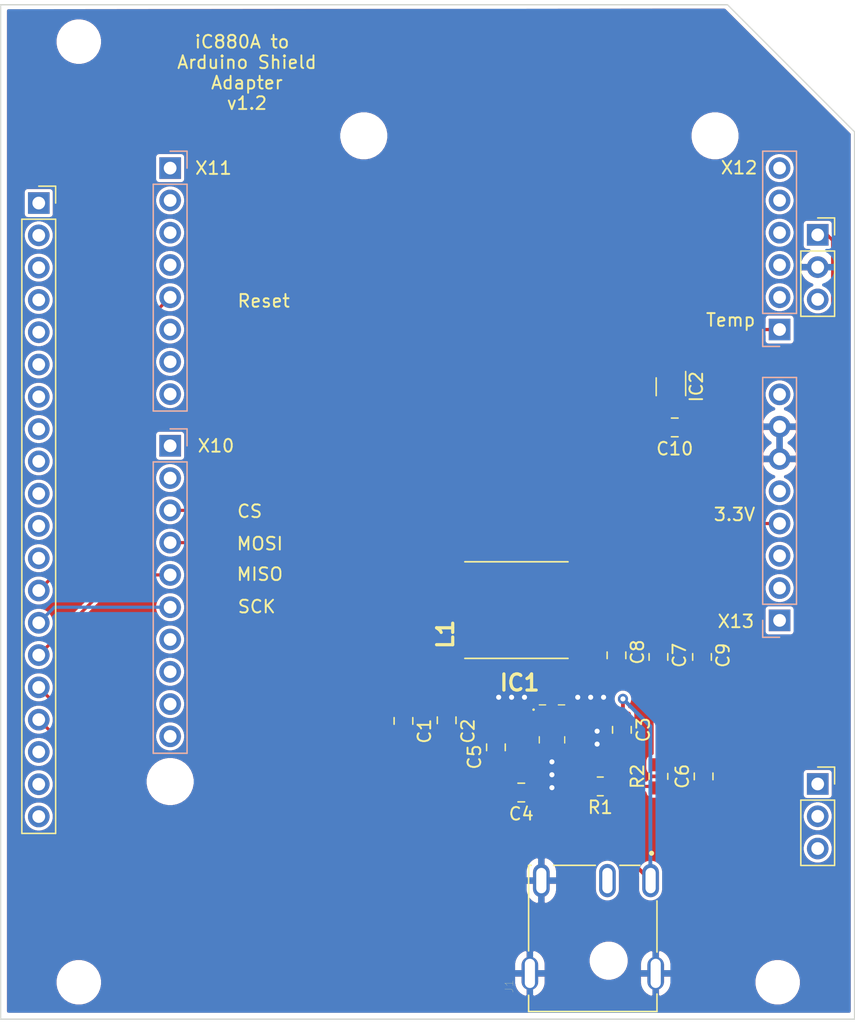
<source format=kicad_pcb>
(kicad_pcb (version 20171130) (host pcbnew "(5.1.7)-1")
  (layers (0 F.Cu signal) (31 B.Cu signal) (34 B.Paste user) (35 F.Paste user) (36 B.SilkS user) (37 F.SilkS user) (38 B.Mask user) (39 F.Mask user) (44 Edge.Cuts user))
  (net 0 "")
  (net 1 "Net-(J1-Pad3)")
  (net 2 "Net-(J2-Pad3)")
  (net 3 "Net-(J2-Pad1)")
  (net 4 "Net-(J3-Pad3)")
  (net 5 "Net-(J4-Pad1)")
  (net 6 "Net-(J4-Pad2)")
  (net 7 "Net-(J4-Pad3)")
  (net 8 "Net-(J4-Pad8)")
  (net 9 "Net-(J5-Pad2)")
  (net 10 "Net-(J6-Pad8)")
  (net 11 /RESET)
  (net 12 "Net-(J6-Pad3)")
  (net 13 "Net-(J6-Pad2)")
  (net 14 "Net-(J6-Pad1)")
  (net 15 "Net-(J7-Pad2)")
  (net 16 "Net-(J7-Pad3)")
  (net 17 "Net-(J7-Pad4)")
  (net 18 "Net-(J7-Pad5)")
  (net 19 "Net-(J7-Pad6)")
  (net 20 GND)
  (net 21 /Vcc)
  (net 22 /TEMP)
  (net 23 /24V)
  (net 24 "Net-(C5-Pad1)")
  (net 25 "Net-(C6-Pad1)")
  (net 26 /5V)
  (net 27 "Net-(IC1-Pad8)")
  (net 28 /CS)
  (net 29 /MOSI)
  (net 30 /MISO)
  (net 31 /CLK)
  (net 32 "Net-(J4-Pad5)")
  (net 33 "Net-(C4-Pad1)")
  (net 34 "Net-(C5-Pad2)")
  (net 35 "Net-(J2-Pad2)")
  (net 36 "Net-(J4-Pad4)")
  (net 37 "Net-(J4-Pad6)")
  (net 38 "Net-(J4-Pad7)")
  (net 39 "Net-(J4-Pad9)")
  (net 40 "Net-(J4-Pad10)")
  (net 41 "Net-(J4-Pad11)")
  (net 42 "Net-(J4-Pad12)")
  (net 43 "Net-(J4-Pad18)")
  (net 44 "Net-(J4-Pad19)")
  (net 45 "Net-(J4-Pad20)")
  (net 46 "Net-(J5-Pad1)")
  (net 47 "Net-(J5-Pad7)")
  (net 48 "Net-(J5-Pad8)")
  (net 49 "Net-(J5-Pad9)")
  (net 50 "Net-(J5-Pad10)")
  (net 51 "Net-(J6-Pad5)")
  (net 52 "Net-(J8-Pad8)")
  (net 53 "Net-(J8-Pad7)")
  (net 54 "Net-(J8-Pad6)")
  (net 55 "Net-(J8-Pad4)")
  (net 56 "Net-(J8-Pad3)")
  (net 57 "Net-(J8-Pad2)")
  (net 58 "Net-(J8-Pad1)")
  (net 59 "Net-(IC2-Pad1)")
  (net 60 "Net-(IC2-Pad5)")
  (module Connector_PinHeader_2.54mm:PinHeader_1x10_P2.54mm_Vertical (layer B.Cu) (at 121.34 78.894 180)
    (fp_text reference J5 hide)
    (fp_text value Conn_01x10_Male)
    (fp_line (start -1.33 -24.19) (end 1.33 -24.19) (layer B.SilkS) (width 0.12))
    (fp_line (start -1.33 -1.27) (end -1.33 -24.19) (layer B.SilkS) (width 0.12))
    (fp_line (start 1.33 -1.27) (end 1.33 -24.19) (layer B.SilkS) (width 0.12))
    (fp_line (start -1.33 -1.27) (end 1.33 -1.27) (layer B.SilkS) (width 0.12))
    (fp_line (start -1.33 0) (end -1.33 1.33) (layer B.SilkS) (width 0.12))
    (fp_line (start -1.33 1.33) (end 0 1.33) (layer B.SilkS) (width 0.12))
    (pad 1 thru_hole rect (at 0 0 180) (size 1.7 1.7) (drill 1) (layers *.Cu *.Mask) (net 46 "Net-(J5-Pad1)"))
    (pad 2 thru_hole oval (at 0 -2.54 180) (size 1.7 1.7) (drill 1) (layers *.Cu *.Mask) (net 9 "Net-(J5-Pad2)"))
    (pad 3 thru_hole oval (at 0 -5.08 180) (size 1.7 1.7) (drill 1) (layers *.Cu *.Mask) (net 28 /CS))
    (pad 4 thru_hole oval (at 0 -7.62 180) (size 1.7 1.7) (drill 1) (layers *.Cu *.Mask) (net 29 /MOSI))
    (pad 5 thru_hole oval (at 0 -10.16 180) (size 1.7 1.7) (drill 1) (layers *.Cu *.Mask) (net 30 /MISO))
    (pad 6 thru_hole oval (at 0 -12.7 180) (size 1.7 1.7) (drill 1) (layers *.Cu *.Mask) (net 31 /CLK))
    (pad 7 thru_hole oval (at 0 -15.24 180) (size 1.7 1.7) (drill 1) (layers *.Cu *.Mask) (net 47 "Net-(J5-Pad7)"))
    (pad 8 thru_hole oval (at 0 -17.78 180) (size 1.7 1.7) (drill 1) (layers *.Cu *.Mask) (net 48 "Net-(J5-Pad8)"))
    (pad 9 thru_hole oval (at 0 -20.32 180) (size 1.7 1.7) (drill 1) (layers *.Cu *.Mask) (net 49 "Net-(J5-Pad9)"))
    (pad 10 thru_hole oval (at 0 -22.86 180) (size 1.7 1.7) (drill 1) (layers *.Cu *.Mask) (net 50 "Net-(J5-Pad10)"))
  )
  (module Connector_PinHeader_2.54mm:PinHeader_1x08_P2.54mm_Vertical (layer B.Cu) (at 169.3 92.63)
    (fp_text reference J6 hide)
    (fp_text value Conn_01x08_Male)
    (fp_line (start -1.33 -19.11) (end 1.33 -19.11) (layer B.SilkS) (width 0.12))
    (fp_line (start -1.33 -1.27) (end -1.33 -19.11) (layer B.SilkS) (width 0.12))
    (fp_line (start 1.33 -1.27) (end 1.33 -19.11) (layer B.SilkS) (width 0.12))
    (fp_line (start -1.33 -1.27) (end 1.33 -1.27) (layer B.SilkS) (width 0.12))
    (fp_line (start -1.33 0) (end -1.33 1.33) (layer B.SilkS) (width 0.12))
    (fp_line (start -1.33 1.33) (end 0 1.33) (layer B.SilkS) (width 0.12))
    (pad 1 thru_hole rect (at 0 0) (size 1.7 1.7) (drill 1) (layers *.Cu *.Mask) (net 14 "Net-(J6-Pad1)"))
    (pad 2 thru_hole oval (at 0 -2.54) (size 1.7 1.7) (drill 1) (layers *.Cu *.Mask) (net 13 "Net-(J6-Pad2)"))
    (pad 3 thru_hole oval (at 0 -5.08) (size 1.7 1.7) (drill 1) (layers *.Cu *.Mask) (net 12 "Net-(J6-Pad3)"))
    (pad 4 thru_hole oval (at 0 -7.62) (size 1.7 1.7) (drill 1) (layers *.Cu *.Mask) (net 21 /Vcc))
    (pad 5 thru_hole oval (at 0 -10.16) (size 1.7 1.7) (drill 1) (layers *.Cu *.Mask) (net 51 "Net-(J6-Pad5)"))
    (pad 6 thru_hole oval (at 0 -12.7) (size 1.7 1.7) (drill 1) (layers *.Cu *.Mask) (net 20 GND))
    (pad 7 thru_hole oval (at 0 -15.24) (size 1.7 1.7) (drill 1) (layers *.Cu *.Mask) (net 20 GND))
    (pad 8 thru_hole oval (at 0 -17.78) (size 1.7 1.7) (drill 1) (layers *.Cu *.Mask) (net 10 "Net-(J6-Pad8)"))
  )
  (module Connector_PinHeader_2.54mm:PinHeader_1x06_P2.54mm_Vertical (layer B.Cu) (at 169.3 69.75)
    (fp_text reference J7 hide)
    (fp_text value Conn_01x06_Male)
    (fp_line (start -1.33 -14.03) (end 1.33 -14.03) (layer B.SilkS) (width 0.12))
    (fp_line (start -1.33 -1.27) (end -1.33 -14.03) (layer B.SilkS) (width 0.12))
    (fp_line (start 1.33 -1.27) (end 1.33 -14.03) (layer B.SilkS) (width 0.12))
    (fp_line (start -1.33 -1.27) (end 1.33 -1.27) (layer B.SilkS) (width 0.12))
    (fp_line (start -1.33 0) (end -1.33 1.33) (layer B.SilkS) (width 0.12))
    (fp_line (start -1.33 1.33) (end 0 1.33) (layer B.SilkS) (width 0.12))
    (pad 1 thru_hole rect (at 0 0) (size 1.7 1.7) (drill 1) (layers *.Cu *.Mask) (net 22 /TEMP))
    (pad 2 thru_hole oval (at 0 -2.54) (size 1.7 1.7) (drill 1) (layers *.Cu *.Mask) (net 15 "Net-(J7-Pad2)"))
    (pad 3 thru_hole oval (at 0 -5.08) (size 1.7 1.7) (drill 1) (layers *.Cu *.Mask) (net 16 "Net-(J7-Pad3)"))
    (pad 4 thru_hole oval (at 0 -7.62) (size 1.7 1.7) (drill 1) (layers *.Cu *.Mask) (net 17 "Net-(J7-Pad4)"))
    (pad 5 thru_hole oval (at 0 -10.16) (size 1.7 1.7) (drill 1) (layers *.Cu *.Mask) (net 18 "Net-(J7-Pad5)"))
    (pad 6 thru_hole oval (at 0 -12.7) (size 1.7 1.7) (drill 1) (layers *.Cu *.Mask) (net 19 "Net-(J7-Pad6)"))
  )
  (module Connector_PinHeader_2.54mm:PinHeader_1x08_P2.54mm_Vertical (layer B.Cu) (at 121.34 57.05 180)
    (fp_text reference J8 hide)
    (fp_text value Conn_01x08_Male)
    (fp_line (start -1.33 1.33) (end 0 1.33) (layer B.SilkS) (width 0.12))
    (fp_line (start -1.33 0) (end -1.33 1.33) (layer B.SilkS) (width 0.12))
    (fp_line (start -1.33 -1.27) (end 1.33 -1.27) (layer B.SilkS) (width 0.12))
    (fp_line (start 1.33 -1.27) (end 1.33 -19.11) (layer B.SilkS) (width 0.12))
    (fp_line (start -1.33 -1.27) (end -1.33 -19.11) (layer B.SilkS) (width 0.12))
    (fp_line (start -1.33 -19.11) (end 1.33 -19.11) (layer B.SilkS) (width 0.12))
    (pad 8 thru_hole oval (at 0 -17.78 180) (size 1.7 1.7) (drill 1) (layers *.Cu *.Mask) (net 52 "Net-(J8-Pad8)"))
    (pad 7 thru_hole oval (at 0 -15.24 180) (size 1.7 1.7) (drill 1) (layers *.Cu *.Mask) (net 53 "Net-(J8-Pad7)"))
    (pad 6 thru_hole oval (at 0 -12.7 180) (size 1.7 1.7) (drill 1) (layers *.Cu *.Mask) (net 54 "Net-(J8-Pad6)"))
    (pad 5 thru_hole oval (at 0 -10.16 180) (size 1.7 1.7) (drill 1) (layers *.Cu *.Mask) (net 11 /RESET))
    (pad 4 thru_hole oval (at 0 -7.62 180) (size 1.7 1.7) (drill 1) (layers *.Cu *.Mask) (net 55 "Net-(J8-Pad4)"))
    (pad 3 thru_hole oval (at 0 -5.08 180) (size 1.7 1.7) (drill 1) (layers *.Cu *.Mask) (net 56 "Net-(J8-Pad3)"))
    (pad 2 thru_hole oval (at 0 -2.54 180) (size 1.7 1.7) (drill 1) (layers *.Cu *.Mask) (net 57 "Net-(J8-Pad2)"))
    (pad 1 thru_hole rect (at 0 0 180) (size 1.7 1.7) (drill 1) (layers *.Cu *.Mask) (net 58 "Net-(J8-Pad1)"))
  )
  (module Connector_PinSocket_2.54mm:PinSocket_1x03_P2.54mm_Vertical (layer F.Cu) (at 172.3 105.5)
    (fp_text reference J2 hide)
    (fp_text value Conn_01x03_Female)
    (fp_line (start -1.33 1.27) (end 1.33 1.27) (layer F.SilkS) (width 0.12))
    (fp_line (start -1.33 1.27) (end -1.33 6.41) (layer F.SilkS) (width 0.12))
    (fp_line (start -1.33 6.41) (end 1.33 6.41) (layer F.SilkS) (width 0.12))
    (fp_line (start 1.33 1.27) (end 1.33 6.41) (layer F.SilkS) (width 0.12))
    (fp_line (start 1.33 -1.33) (end 1.33 0) (layer F.SilkS) (width 0.12))
    (fp_line (start 0 -1.33) (end 1.33 -1.33) (layer F.SilkS) (width 0.12))
    (pad 1 thru_hole rect (at 0 0) (size 1.7 1.7) (drill 1) (layers *.Cu *.Mask) (net 3 "Net-(J2-Pad1)"))
    (pad 2 thru_hole oval (at 0 2.54) (size 1.7 1.7) (drill 1) (layers *.Cu *.Mask) (net 35 "Net-(J2-Pad2)"))
    (pad 3 thru_hole oval (at 0 5.08) (size 1.7 1.7) (drill 1) (layers *.Cu *.Mask) (net 2 "Net-(J2-Pad3)"))
  )
  (module Connector_PinSocket_2.54mm:PinSocket_1x03_P2.54mm_Vertical (layer F.Cu) (at 172.3 62.3)
    (fp_text reference J3 hide)
    (fp_text value Conn_01x03_Female)
    (fp_line (start 0 -1.33) (end 1.33 -1.33) (layer F.SilkS) (width 0.12))
    (fp_line (start 1.33 -1.33) (end 1.33 0) (layer F.SilkS) (width 0.12))
    (fp_line (start 1.33 1.27) (end 1.33 6.41) (layer F.SilkS) (width 0.12))
    (fp_line (start -1.33 6.41) (end 1.33 6.41) (layer F.SilkS) (width 0.12))
    (fp_line (start -1.33 1.27) (end -1.33 6.41) (layer F.SilkS) (width 0.12))
    (fp_line (start -1.33 1.27) (end 1.33 1.27) (layer F.SilkS) (width 0.12))
    (pad 3 thru_hole oval (at 0 5.08) (size 1.7 1.7) (drill 1) (layers *.Cu *.Mask) (net 4 "Net-(J3-Pad3)"))
    (pad 2 thru_hole oval (at 0 2.54) (size 1.7 1.7) (drill 1) (layers *.Cu *.Mask) (net 20 GND))
    (pad 1 thru_hole rect (at 0 0) (size 1.7 1.7) (drill 1) (layers *.Cu *.Mask) (net 26 /5V))
  )
  (module Connector_PinSocket_2.54mm:PinSocket_1x20_P2.54mm_Vertical (layer F.Cu) (at 111 59.8)
    (fp_text reference J4 hide)
    (fp_text value Conn_01x20_Female)
    (fp_line (start -1.33 1.27) (end 1.33 1.27) (layer F.SilkS) (width 0.12))
    (fp_line (start -1.33 1.27) (end -1.33 49.59) (layer F.SilkS) (width 0.12))
    (fp_line (start -1.33 49.59) (end 1.33 49.59) (layer F.SilkS) (width 0.12))
    (fp_line (start 1.33 1.27) (end 1.33 49.59) (layer F.SilkS) (width 0.12))
    (fp_line (start 1.33 -1.33) (end 1.33 0) (layer F.SilkS) (width 0.12))
    (fp_line (start 0 -1.33) (end 1.33 -1.33) (layer F.SilkS) (width 0.12))
    (pad 1 thru_hole rect (at 0 0) (size 1.7 1.7) (drill 1) (layers *.Cu *.Mask) (net 5 "Net-(J4-Pad1)"))
    (pad 2 thru_hole oval (at 0 2.54) (size 1.7 1.7) (drill 1) (layers *.Cu *.Mask) (net 6 "Net-(J4-Pad2)"))
    (pad 3 thru_hole oval (at 0 5.08) (size 1.7 1.7) (drill 1) (layers *.Cu *.Mask) (net 7 "Net-(J4-Pad3)"))
    (pad 4 thru_hole oval (at 0 7.62) (size 1.7 1.7) (drill 1) (layers *.Cu *.Mask) (net 36 "Net-(J4-Pad4)"))
    (pad 5 thru_hole oval (at 0 10.16) (size 1.7 1.7) (drill 1) (layers *.Cu *.Mask) (net 32 "Net-(J4-Pad5)"))
    (pad 6 thru_hole oval (at 0 12.7) (size 1.7 1.7) (drill 1) (layers *.Cu *.Mask) (net 37 "Net-(J4-Pad6)"))
    (pad 7 thru_hole oval (at 0 15.24) (size 1.7 1.7) (drill 1) (layers *.Cu *.Mask) (net 38 "Net-(J4-Pad7)"))
    (pad 8 thru_hole oval (at 0 17.78) (size 1.7 1.7) (drill 1) (layers *.Cu *.Mask) (net 8 "Net-(J4-Pad8)"))
    (pad 9 thru_hole oval (at 0 20.32) (size 1.7 1.7) (drill 1) (layers *.Cu *.Mask) (net 39 "Net-(J4-Pad9)"))
    (pad 10 thru_hole oval (at 0 22.86) (size 1.7 1.7) (drill 1) (layers *.Cu *.Mask) (net 40 "Net-(J4-Pad10)"))
    (pad 11 thru_hole oval (at 0 25.4) (size 1.7 1.7) (drill 1) (layers *.Cu *.Mask) (net 41 "Net-(J4-Pad11)"))
    (pad 12 thru_hole oval (at 0 27.94) (size 1.7 1.7) (drill 1) (layers *.Cu *.Mask) (net 42 "Net-(J4-Pad12)"))
    (pad 13 thru_hole oval (at 0 30.48) (size 1.7 1.7) (drill 1) (layers *.Cu *.Mask) (net 11 /RESET))
    (pad 14 thru_hole oval (at 0 33.02) (size 1.7 1.7) (drill 1) (layers *.Cu *.Mask) (net 31 /CLK))
    (pad 15 thru_hole oval (at 0 35.56) (size 1.7 1.7) (drill 1) (layers *.Cu *.Mask) (net 30 /MISO))
    (pad 16 thru_hole oval (at 0 38.1) (size 1.7 1.7) (drill 1) (layers *.Cu *.Mask) (net 29 /MOSI))
    (pad 17 thru_hole oval (at 0 40.64) (size 1.7 1.7) (drill 1) (layers *.Cu *.Mask) (net 28 /CS))
    (pad 18 thru_hole oval (at 0 43.18) (size 1.7 1.7) (drill 1) (layers *.Cu *.Mask) (net 43 "Net-(J4-Pad18)"))
    (pad 19 thru_hole oval (at 0 45.72) (size 1.7 1.7) (drill 1) (layers *.Cu *.Mask) (net 44 "Net-(J4-Pad19)"))
    (pad 20 thru_hole oval (at 0 48.26) (size 1.7 1.7) (drill 1) (layers *.Cu *.Mask) (net 45 "Net-(J4-Pad20)"))
  )
  (module Package_TO_SOT_SMD:SOT-353_SC-70-5 (layer F.Cu) (at 160.75 74.25 270)
    (fp_text reference IC2 (at 0 -2 90) (layer F.SilkS))
    (fp_text value MCP9700AT-ELT)
    (fp_line (start -0.7 1.16) (end 0.7 1.16) (layer F.SilkS) (width 0.12))
    (fp_line (start 0.7 -1.16) (end -1.2 -1.16) (layer F.SilkS) (width 0.12))
    (pad 1 smd rect (at -0.95 -0.65 270) (size 0.65 0.4) (layers F.Cu F.Paste F.Mask) (net 59 "Net-(IC2-Pad1)"))
    (pad 3 smd rect (at -0.95 0.65 270) (size 0.65 0.4) (layers F.Cu F.Paste F.Mask) (net 22 /TEMP))
    (pad 2 smd rect (at -0.95 0 270) (size 0.65 0.4) (layers F.Cu F.Paste F.Mask) (net 20 GND))
    (pad 4 smd rect (at 0.95 0.65 270) (size 0.65 0.4) (layers F.Cu F.Paste F.Mask) (net 21 /Vcc))
    (pad 5 smd rect (at 0.95 -0.65 270) (size 0.65 0.4) (layers F.Cu F.Paste F.Mask) (net 60 "Net-(IC2-Pad5)"))
  )
  (module Capacitor_SMD:C_0805_2012Metric (layer F.Cu) (at 161.05 77.45 180)
    (fp_text reference C10 (at 0 -1.68) (layer F.SilkS))
    (fp_text value 100nF)
    (fp_line (start -0.261252 0.735) (end 0.261252 0.735) (layer F.SilkS) (width 0.12))
    (fp_line (start -0.261252 -0.735) (end 0.261252 -0.735) (layer F.SilkS) (width 0.12))
    (pad 1 smd roundrect (at -0.95 0 180) (size 1 1.45) (layers F.Cu F.Paste F.Mask) (net 20 GND))
    (pad 2 smd roundrect (at 0.95 0 180) (size 1 1.45) (layers F.Cu F.Paste F.Mask) (net 21 /Vcc))
  )
  (module MountingHole:MountingHole_3.2mm_M3 (layer F.Cu) (at 121.34 105.31)
    (fp_text reference H4 hide)
    (fp_text value MountingHole)
    (pad 1 np_thru_hole circle (at 0 0) (size 3.2 3.2) (drill 3.2) (layers *.Cu *.Mask))
  )
  (module MountingHole:MountingHole_3.2mm_M3 (layer F.Cu) (at 136.58 54.51)
    (fp_text reference H5 hide)
    (fp_text value MountingHole)
    (pad 1 np_thru_hole circle (at 0 0) (size 3.2 3.2) (drill 3.2) (layers *.Cu *.Mask))
  )
  (module MountingHole:MountingHole_3.2mm_M3 (layer F.Cu) (at 164.22 54.51)
    (fp_text reference H6 hide)
    (fp_text value MountingHole)
    (pad 1 np_thru_hole circle (at 0 0) (size 3.2 3.2) (drill 3.2) (layers *.Cu *.Mask))
  )
  (module MountingHole:MountingHole_3mm (layer F.Cu) (at 114.15 47.1)
    (fp_text reference H1 hide)
    (fp_text value MountingHole)
    (pad 1 np_thru_hole circle (at 0 0) (size 3 3) (drill 3) (layers *.Cu *.Mask))
  )
  (module MountingHole:MountingHole_3mm (layer F.Cu) (at 114.15 121.1)
    (fp_text reference H2 hide)
    (fp_text value MountingHole)
    (pad 1 np_thru_hole circle (at 0 0) (size 3 3) (drill 3) (layers *.Cu *.Mask))
  )
  (module MountingHole:MountingHole_3mm (layer F.Cu) (at 169.15 121.1)
    (fp_text reference H3 hide)
    (fp_text value MountingHole)
    (pad 1 np_thru_hole circle (at 0 0) (size 3 3) (drill 3) (layers *.Cu *.Mask))
  )
  (module Capacitor_SMD:C_0805_2012Metric (layer F.Cu) (at 139.7 100.54 270)
    (fp_text reference C1 (at 0.806 -1.651 270) (layer F.SilkS))
    (fp_text value 4.7uF)
    (fp_line (start -0.261252 0.735) (end 0.261252 0.735) (layer F.SilkS) (width 0.12))
    (fp_line (start -0.261252 -0.735) (end 0.261252 -0.735) (layer F.SilkS) (width 0.12))
    (pad 1 smd roundrect (at -0.95 0 270) (size 1 1.45) (layers F.Cu F.Paste F.Mask) (net 23 /24V))
    (pad 2 smd roundrect (at 0.95 0 270) (size 1 1.45) (layers F.Cu F.Paste F.Mask) (net 20 GND))
  )
  (module Capacitor_SMD:C_0805_2012Metric (layer F.Cu) (at 143.1 100.49 270)
    (fp_text reference C2 (at 0.856 -1.68 90) (layer F.SilkS))
    (fp_text value 220nF)
    (fp_line (start -0.261252 -0.735) (end 0.261252 -0.735) (layer F.SilkS) (width 0.12))
    (fp_line (start -0.261252 0.735) (end 0.261252 0.735) (layer F.SilkS) (width 0.12))
    (pad 2 smd roundrect (at 0.95 0 270) (size 1 1.45) (layers F.Cu F.Paste F.Mask) (net 20 GND))
    (pad 1 smd roundrect (at -0.95 0 270) (size 1 1.45) (layers F.Cu F.Paste F.Mask) (net 23 /24V))
  )
  (module Capacitor_SMD:C_0805_2012Metric (layer F.Cu) (at 156.89 101.24 270)
    (fp_text reference C3 (at 0 -1.68 90) (layer F.SilkS))
    (fp_text value 220nF)
    (fp_line (start -0.261252 0.735) (end 0.261252 0.735) (layer F.SilkS) (width 0.12))
    (fp_line (start -0.261252 -0.735) (end 0.261252 -0.735) (layer F.SilkS) (width 0.12))
    (pad 1 smd roundrect (at -0.95 0 270) (size 1 1.45) (layers F.Cu F.Paste F.Mask) (net 23 /24V))
    (pad 2 smd roundrect (at 0.95 0 270) (size 1 1.45) (layers F.Cu F.Paste F.Mask) (net 20 GND))
  )
  (module Capacitor_SMD:C_0805_2012Metric (layer F.Cu) (at 148.971 106.172 180)
    (fp_text reference C4 (at 0 -1.68) (layer F.SilkS))
    (fp_text value 1uF)
    (fp_line (start -0.261252 -0.735) (end 0.261252 -0.735) (layer F.SilkS) (width 0.12))
    (fp_line (start -0.261252 0.735) (end 0.261252 0.735) (layer F.SilkS) (width 0.12))
    (pad 2 smd roundrect (at 0.95 0 180) (size 1 1.45) (layers F.Cu F.Paste F.Mask) (net 20 GND))
    (pad 1 smd roundrect (at -0.95 0 180) (size 1 1.45) (layers F.Cu F.Paste F.Mask) (net 33 "Net-(C4-Pad1)"))
  )
  (module Capacitor_SMD:C_0805_2012Metric (layer F.Cu) (at 146.978 102.616 270)
    (fp_text reference C5 (at 0.762 1.69 90) (layer F.SilkS))
    (fp_text value 100nF)
    (fp_line (start -0.261252 0.735) (end 0.261252 0.735) (layer F.SilkS) (width 0.12))
    (fp_line (start -0.261252 -0.735) (end 0.261252 -0.735) (layer F.SilkS) (width 0.12))
    (pad 1 smd roundrect (at -0.95 0 270) (size 1 1.45) (layers F.Cu F.Paste F.Mask) (net 24 "Net-(C5-Pad1)"))
    (pad 2 smd roundrect (at 0.95 0 270) (size 1 1.45) (layers F.Cu F.Paste F.Mask) (net 34 "Net-(C5-Pad2)"))
  )
  (module Capacitor_SMD:C_0805_2012Metric (layer F.Cu) (at 159.766 95.504 90)
    (fp_text reference C7 (at 0.127 1.651 90) (layer F.SilkS))
    (fp_text value 22uF)
    (fp_line (start -0.261252 -0.735) (end 0.261252 -0.735) (layer F.SilkS) (width 0.12))
    (fp_line (start -0.261252 0.735) (end 0.261252 0.735) (layer F.SilkS) (width 0.12))
    (pad 2 smd roundrect (at 0.95 0 90) (size 1 1.45) (layers F.Cu F.Paste F.Mask) (net 20 GND))
    (pad 1 smd roundrect (at -0.95 0 90) (size 1 1.45) (layers F.Cu F.Paste F.Mask) (net 26 /5V))
  )
  (module Capacitor_SMD:C_0805_2012Metric (layer F.Cu) (at 156.464 95.377 90)
    (fp_text reference C8 (at 0.254 1.651 90) (layer F.SilkS))
    (fp_text value 22uF)
    (fp_line (start -0.261252 0.735) (end 0.261252 0.735) (layer F.SilkS) (width 0.12))
    (fp_line (start -0.261252 -0.735) (end 0.261252 -0.735) (layer F.SilkS) (width 0.12))
    (pad 1 smd roundrect (at -0.95 0 90) (size 1 1.45) (layers F.Cu F.Paste F.Mask) (net 26 /5V))
    (pad 2 smd roundrect (at 0.95 0 90) (size 1 1.45) (layers F.Cu F.Paste F.Mask) (net 20 GND))
  )
  (module LMR36015:LMR36015FSCQRNXTQ1 (layer F.Cu) (at 151.39 100.778)
    (fp_text reference IC1 (at -2.546 -3.242) (layer F.SilkS) (effects (font (size 1.27 1.27) (thickness 0.254))))
    (fp_text value LMR36015ARNXT hide)
    (fp_line (start -1.5 -1.125) (end -1.5 -1.125) (layer F.SilkS) (width 0.1))
    (fp_line (start -1.4 -1.125) (end -1.4 -1.125) (layer F.SilkS) (width 0.1))
    (fp_line (start 1 -1.5) (end 0.5 -1.5) (layer F.SilkS) (width 0.1))
    (fp_line (start -1 -1.5) (end -0.5 -1.5) (layer F.SilkS) (width 0.1))
    (fp_line (start 1 1) (end 1 1.5) (layer F.SilkS) (width 0.1))
    (fp_line (start -1 1) (end -1 1.5) (layer F.SilkS) (width 0.1))
    (fp_arc (start -1.45 -1.125) (end -1.5 -1.125) (angle -180) (layer F.SilkS) (width 0.1))
    (fp_arc (start -1.45 -1.125) (end -1.4 -1.125) (angle -180) (layer F.SilkS) (width 0.1))
    (pad 12 smd rect (at 0 -0.788) (size 0.25 1.825) (layers F.Cu F.Paste F.Mask) (net 24 "Net-(C5-Pad1)"))
    (pad 11 smd rect (at 0.9 -1.125 90) (size 0.25 0.6) (layers F.Cu F.Paste F.Mask) (net 20 GND))
    (pad 10 smd rect (at 0.9 -0.475 90) (size 0.25 0.6) (layers F.Cu F.Paste F.Mask) (net 23 /24V))
    (pad 9 smd rect (at 0.9 0.175 90) (size 0.25 0.6) (layers F.Cu F.Paste F.Mask) (net 23 /24V))
    (pad 8 smd rect (at 0.9 0.675 90) (size 0.25 0.6) (layers F.Cu F.Paste F.Mask) (net 27 "Net-(IC1-Pad8)"))
    (pad 7 smd rect (at 0.5 1.4) (size 0.25 0.6) (layers F.Cu F.Paste F.Mask) (net 25 "Net-(C6-Pad1)"))
    (pad 6 smd rect (at 0 1.4) (size 0.25 0.6) (layers F.Cu F.Paste F.Mask) (net 20 GND))
    (pad 5 smd rect (at -0.5 1.4) (size 0.25 0.6) (layers F.Cu F.Paste F.Mask) (net 33 "Net-(C4-Pad1)"))
    (pad 4 smd rect (at -0.9 0.675 90) (size 0.25 0.6) (layers F.Cu F.Paste F.Mask) (net 34 "Net-(C5-Pad2)"))
    (pad 3 smd rect (at -0.9 0.175 90) (size 0.25 0.6) (layers F.Cu F.Paste F.Mask) (net 24 "Net-(C5-Pad1)"))
    (pad 2 smd rect (at -0.9 -0.475 90) (size 0.25 0.6) (layers F.Cu F.Paste F.Mask) (net 23 /24V))
    (pad 1 smd rect (at -0.9 -1.125 90) (size 0.25 0.6) (layers F.Cu F.Paste F.Mask) (net 20 GND))
  )
  (module Resistor_SMD:R_0805_2012Metric (layer F.Cu) (at 159.766 104.902 90)
    (fp_text reference R2 (at 0 -1.65 90) (layer F.SilkS))
    (fp_text value 100k)
    (fp_line (start -0.227064 0.735) (end 0.227064 0.735) (layer F.SilkS) (width 0.12))
    (fp_line (start -0.227064 -0.735) (end 0.227064 -0.735) (layer F.SilkS) (width 0.12))
    (pad 1 smd roundrect (at -0.9125 0 90) (size 1.025 1.4) (layers F.Cu F.Paste F.Mask) (roundrect_rratio 0.2439014634146341) (net 25 "Net-(C6-Pad1)"))
    (pad 2 smd roundrect (at 0.9125 0 90) (size 1.025 1.4) (layers F.Cu F.Paste F.Mask) (roundrect_rratio 0.2439014634146341) (net 26 /5V))
  )
  (module Resistor_SMD:R_0805_2012Metric (layer F.Cu) (at 155.19 105.69 180)
    (fp_text reference R1 (at 0 -1.65) (layer F.SilkS))
    (fp_text value 24.9k)
    (fp_line (start -0.227064 -0.735) (end 0.227064 -0.735) (layer F.SilkS) (width 0.12))
    (fp_line (start -0.227064 0.735) (end 0.227064 0.735) (layer F.SilkS) (width 0.12))
    (pad 2 smd roundrect (at 0.9125 0 180) (size 1.025 1.4) (layers F.Cu F.Paste F.Mask) (roundrect_rratio 0.2439014634146341) (net 20 GND))
    (pad 1 smd roundrect (at -0.9125 0 180) (size 1.025 1.4) (layers F.Cu F.Paste F.Mask) (roundrect_rratio 0.2439014634146341) (net 25 "Net-(C6-Pad1)"))
  )
  (module pj-079ah:CUI_PJ-079AH (layer F.Cu) (at 155.85 123.4 90)
    (fp_text reference J1 (at 1.982 -7.8314 90) (layer F.SilkS) (effects (font (size 0.64 0.64) (thickness 0.015))))
    (fp_text value PJ-079AH)
    (fp_line (start 8.7 3.8) (end 4.68 3.8) (layer F.SilkS) (width 0.127))
    (fp_line (start 11.5 0.88) (end 11.5 2.45) (layer F.SilkS) (width 0.127))
    (fp_line (start 11.5 -4.34) (end 11.5 -1.05) (layer F.SilkS) (width 0.127))
    (fp_line (start 11.5 -6.3) (end 11.5 -6.1) (layer F.SilkS) (width 0.127))
    (fp_line (start 4.77 -6.3) (end 11.5 -6.3) (layer F.SilkS) (width 0.127))
    (fp_line (start 0 -6.3) (end 1.275 -6.3) (layer F.SilkS) (width 0.127))
    (fp_line (start 0 3.8) (end 0 -6.3) (layer F.SilkS) (width 0.127))
    (fp_line (start 1.375 3.8) (end 0 3.8) (layer F.SilkS) (width 0.127))
    (fp_circle (center 12.45 3.375) (end 12.55 3.375) (layer F.SilkS) (width 0.2))
    (pad None np_thru_hole circle (at 4 0 90) (size 2.5 2.5) (drill 2.5) (layers *.Cu *.Mask))
    (pad 2 thru_hole oval (at 10.3 -5.3 90) (size 2.616 1.308) (drill oval 2 0.8) (layers *.Cu *.Mask) (net 20 GND))
    (pad 1 thru_hole oval (at 10.3 3.3 90) (size 2.616 1.308) (drill oval 2 0.8) (layers *.Cu *.Mask) (net 23 /24V))
    (pad 3 thru_hole oval (at 10.3 -0.1 90) (size 2.616 1.308) (drill oval 2 0.8) (layers *.Cu *.Mask) (net 1 "Net-(J1-Pad3)"))
    (pad S2 thru_hole oval (at 3 3.7 90) (size 2.616 1.308) (drill oval 2.3 0.8) (layers *.Cu *.Mask) (net 20 GND))
    (pad S1 thru_hole oval (at 3 -6.2 90) (size 2.616 1.308) (drill oval 2.3 0.8) (layers *.Cu *.Mask) (net 20 GND))
  )
  (module Capacitor_SMD:C_0805_2012Metric (layer F.Cu) (at 163.322 104.902 90)
    (fp_text reference C6 (at 0 -1.68 90) (layer F.SilkS))
    (fp_text value 20pF)
    (fp_line (start -0.261252 0.735) (end 0.261252 0.735) (layer F.SilkS) (width 0.12))
    (fp_line (start -0.261252 -0.735) (end 0.261252 -0.735) (layer F.SilkS) (width 0.12))
    (pad 1 smd roundrect (at -0.95 0 90) (size 1 1.45) (layers F.Cu F.Paste F.Mask) (net 25 "Net-(C6-Pad1)"))
    (pad 2 smd roundrect (at 0.95 0 90) (size 1 1.45) (layers F.Cu F.Paste F.Mask) (net 26 /5V))
  )
  (module Capacitor_SMD:C_0805_2012Metric (layer F.Cu) (at 163.195 95.504 90)
    (fp_text reference C9 (at 0.127 1.651 90) (layer F.SilkS))
    (fp_text value 22uF)
    (fp_line (start -0.261252 -0.735) (end 0.261252 -0.735) (layer F.SilkS) (width 0.12))
    (fp_line (start -0.261252 0.735) (end 0.261252 0.735) (layer F.SilkS) (width 0.12))
    (pad 1 smd roundrect (at -0.95 0 90) (size 1 1.45) (layers F.Cu F.Paste F.Mask) (net 26 /5V))
    (pad 2 smd roundrect (at 0.95 0 90) (size 1 1.45) (layers F.Cu F.Paste F.Mask) (net 20 GND))
  )
  (module WE-PD_7332:WE-PD_7332_7345_PLASTIC_BASE54 (layer F.Cu) (at 148.59 91.821 90)
    (fp_text reference L1 (at -1.905 -5.588 90) (layer F.SilkS) (effects (font (size 1.27 1.27) (thickness 0.254))))
    (fp_text value 10uH hide)
    (fp_line (start -3.8 -4.06) (end -3.8 4.06) (layer F.SilkS) (width 0.127))
    (fp_line (start 3.8 -4.06) (end 3.8 4.06) (layer F.SilkS) (width 0.127))
    (pad 1 smd rect (at 0 -3.2 90) (size 2.2 1.6) (layers F.Cu F.Paste F.Mask) (net 24 "Net-(C5-Pad1)"))
    (pad 2 smd rect (at 0 3.2 90) (size 2.2 1.6) (layers F.Cu F.Paste F.Mask) (net 26 /5V))
  )
  (gr_line (start 165.2 44.2) (end 175.2 54.2) (layer Edge.Cuts) (width 0.1))
  (gr_text "3.3V\n" (at 165.75 84.3) (layer F.SilkS) (effects (font (size 1 1))))
  (gr_text Temp (at 165.45 69) (layer F.SilkS) (effects (font (size 1 1))))
  (gr_text SCK (at 128.15 91.55) (layer F.SilkS) (effects (font (size 1 1))))
  (gr_text "MISO\n" (at 128.4 89) (layer F.SilkS) (effects (font (size 1 1))))
  (gr_text "MOSI\n" (at 128.4 86.6) (layer F.SilkS) (effects (font (size 1 1))))
  (gr_text CS (at 127.6 84.05) (layer F.SilkS) (effects (font (size 1 1))))
  (gr_text Reset (at 128.7 67.5) (layer F.SilkS) (effects (font (size 1 1))))
  (gr_text X12 (at 166.116 57.023) (layer F.SilkS) (effects (font (size 1 1))))
  (gr_text X13 (at 165.862 92.71) (layer F.SilkS) (effects (font (size 1 1))))
  (gr_text X10 (at 124.95 78.9) (layer F.SilkS) (effects (font (size 1 1))))
  (gr_text "iC880A to \nArduino Shield\nAdapter\nv1.2\n" (at 127.381 49.53) (layer F.SilkS) (effects (font (size 1 1))))
  (gr_text X11 (at 124.75 57.05) (layer F.SilkS) (effects (font (size 1 1))))
  (gr_line (start 175.2 54.2) (end 175.2 124) (layer Edge.Cuts) (width 0.1))
  (gr_line (start 108 44.2) (end 165.2 44.2) (layer Edge.Cuts) (width 0.1))
  (gr_line (start 108 124) (end 108 44.2) (layer Edge.Cuts) (width 0.1))
  (gr_line (start 175.2 124) (end 108 124) (layer Edge.Cuts) (width 0.1))
  (segment (start 111 90.28) (end 115.75 85.53) (width 0.25) (layer F.Cu) (net 11))
  (segment (start 115.75 72.8) (end 121.34 67.21) (width 0.25) (layer F.Cu) (net 11))
  (segment (start 115.75 85.53) (end 115.75 72.8) (width 0.25) (layer F.Cu) (net 11))
  (segment (start 169.24 77.45) (end 169.3 77.39) (width 0.25) (layer F.Cu) (net 20))
  (via (at 154.94 102.362) (size 0.8) (drill 0.4) (layers F.Cu B.Cu) (net 20))
  (via (at 154.432 98.679) (size 0.8) (drill 0.4) (layers F.Cu B.Cu) (net 20))
  (via (at 155.448 98.679) (size 0.8) (drill 0.4) (layers F.Cu B.Cu) (net 20))
  (via (at 148.209 98.679) (size 0.8) (drill 0.4) (layers F.Cu B.Cu) (net 20))
  (via (at 147.193 98.679) (size 0.8) (drill 0.4) (layers F.Cu B.Cu) (net 20))
  (via (at 151.384 103.759) (size 0.8) (drill 0.4) (layers F.Cu B.Cu) (net 20))
  (via (at 151.384 104.775) (size 0.8) (drill 0.4) (layers F.Cu B.Cu) (net 20))
  (via (at 149.225 98.679) (size 0.8) (drill 0.4) (layers F.Cu B.Cu) (net 20))
  (via (at 153.416 98.679) (size 0.8) (drill 0.4) (layers F.Cu B.Cu) (net 20))
  (via (at 151.384 105.791) (size 0.8) (drill 0.4) (layers F.Cu B.Cu) (net 20))
  (via (at 154.94 101.346) (size 0.8) (drill 0.4) (layers F.Cu B.Cu) (net 20))
  (segment (start 151.384 102.184) (end 151.39 102.178) (width 0.25) (layer F.Cu) (net 20))
  (segment (start 151.384 103.759) (end 151.384 102.184) (width 0.25) (layer F.Cu) (net 20))
  (segment (start 169.3 85.01) (end 163.76 85.01) (width 0.25) (layer F.Cu) (net 21))
  (segment (start 160.1 81.35) (end 160.1 75.2) (width 0.25) (layer F.Cu) (net 21))
  (segment (start 163.76 85.01) (end 160.1 81.35) (width 0.25) (layer F.Cu) (net 21))
  (segment (start 160.1 73.3) (end 160.1 72.725) (width 0.25) (layer F.Cu) (net 22))
  (segment (start 160.1 72.725) (end 163.075 69.75) (width 0.25) (layer F.Cu) (net 22))
  (segment (start 163.075 69.75) (end 169.3 69.75) (width 0.25) (layer F.Cu) (net 22))
  (segment (start 152.29 100.953) (end 152.29 100.303) (width 0.25) (layer F.Cu) (net 23))
  (segment (start 143.05 99.59) (end 143.1 99.54) (width 0.25) (layer F.Cu) (net 23))
  (segment (start 139.7 99.59) (end 143.05 99.59) (width 0.3) (layer F.Cu) (net 23))
  (segment (start 143.863 100.303) (end 150.49 100.303) (width 0.3) (layer F.Cu) (net 23))
  (segment (start 156.877 100.303) (end 156.89 100.29) (width 0.25) (layer F.Cu) (net 23))
  (segment (start 152.29 100.303) (end 156.877 100.303) (width 0.3) (layer F.Cu) (net 23))
  (segment (start 139.7 99.59) (end 139.424 99.59) (width 0.25) (layer F.Cu) (net 23))
  (segment (start 159.131 113.335) (end 159.131 100.965) (width 0.3) (layer B.Cu) (net 23))
  (segment (start 159.131 100.965) (end 156.953 98.787) (width 0.3) (layer B.Cu) (net 23))
  (via (at 156.972 98.806) (size 0.8) (drill 0.4) (layers F.Cu B.Cu) (net 23))
  (segment (start 156.89 98.634) (end 156.972 98.552) (width 0.25) (layer F.Cu) (net 23))
  (segment (start 156.972 100.462) (end 156.972 98.806) (width 0.3) (layer F.Cu) (net 23))
  (segment (start 139.424 99.59) (end 137.922 101.092) (width 0.3) (layer F.Cu) (net 23))
  (segment (start 137.922 101.092) (end 137.922 102.87) (width 0.3) (layer F.Cu) (net 23))
  (segment (start 137.922 102.87) (end 145.288 110.236) (width 0.3) (layer F.Cu) (net 23))
  (segment (start 145.288 110.236) (end 156.286 110.236) (width 0.3) (layer F.Cu) (net 23))
  (segment (start 156.286 110.236) (end 159.15 113.1) (width 0.3) (layer F.Cu) (net 23))
  (segment (start 143.1 99.54) (end 143.863 100.303) (width 0.3) (layer F.Cu) (net 23))
  (segment (start 151.04 100.953) (end 151.39 100.603) (width 0.25) (layer F.Cu) (net 24))
  (segment (start 151.39 100.603) (end 151.39 99.99) (width 0.25) (layer F.Cu) (net 24))
  (segment (start 150.49 100.953) (end 151.04 100.953) (width 0.25) (layer F.Cu) (net 24))
  (segment (start 149.977 100.953) (end 150.49 100.953) (width 0.25) (layer F.Cu) (net 24))
  (segment (start 149.264 101.666) (end 149.977 100.953) (width 0.25) (layer F.Cu) (net 24))
  (segment (start 146.978 101.666) (end 149.264 101.666) (width 0.25) (layer F.Cu) (net 24))
  (segment (start 151.39 99.99) (end 151.39 97.494) (width 0.25) (layer F.Cu) (net 24))
  (segment (start 145.717 91.821) (end 151.39 97.494) (width 0.25) (layer F.Cu) (net 24))
  (segment (start 145.39 91.821) (end 145.717 91.821) (width 0.25) (layer F.Cu) (net 24))
  (segment (start 152.5905 102.178) (end 156.1025 105.69) (width 0.25) (layer F.Cu) (net 25))
  (segment (start 151.89 102.178) (end 152.5905 102.178) (width 0.25) (layer F.Cu) (net 25))
  (segment (start 159.6415 105.69) (end 159.766 105.8145) (width 0.25) (layer F.Cu) (net 25))
  (segment (start 156.1025 105.69) (end 159.6415 105.69) (width 0.25) (layer F.Cu) (net 25))
  (segment (start 163.2845 105.8145) (end 163.322 105.852) (width 0.25) (layer F.Cu) (net 25))
  (segment (start 159.766 105.8145) (end 163.2845 105.8145) (width 0.25) (layer F.Cu) (net 25))
  (segment (start 163.2845 103.9895) (end 163.322 103.952) (width 0.25) (layer F.Cu) (net 26))
  (segment (start 159.766 103.9895) (end 163.2845 103.9895) (width 0.25) (layer F.Cu) (net 26))
  (segment (start 159.766 103.9895) (end 159.766 96.454) (width 0.25) (layer F.Cu) (net 26))
  (segment (start 173.475001 94.621999) (end 171.643 96.454) (width 0.25) (layer F.Cu) (net 26))
  (segment (start 173.475001 62.731001) (end 173.475001 94.621999) (width 0.25) (layer F.Cu) (net 26))
  (segment (start 173.044 62.3) (end 173.475001 62.731001) (width 0.25) (layer F.Cu) (net 26))
  (segment (start 172.3 62.3) (end 173.044 62.3) (width 0.25) (layer F.Cu) (net 26))
  (segment (start 151.717 91.821) (end 151.831 91.821) (width 0.25) (layer F.Cu) (net 26))
  (segment (start 171.643 96.454) (end 159.766 96.454) (width 0.25) (layer F.Cu) (net 26))
  (segment (start 156.464 96.454) (end 159.766 96.454) (width 0.25) (layer F.Cu) (net 26))
  (segment (start 151.958 91.821) (end 156.464 96.327) (width 0.25) (layer F.Cu) (net 26))
  (segment (start 151.79 91.821) (end 151.958 91.821) (width 0.25) (layer F.Cu) (net 26))
  (segment (start 113.7 103.14) (end 111 100.44) (width 0.25) (layer F.Cu) (net 28))
  (segment (start 120.56 110) (end 113.7 103.14) (width 0.25) (layer F.Cu) (net 28))
  (segment (start 124.1 110) (end 120.56 110) (width 0.25) (layer F.Cu) (net 28))
  (segment (start 126.25 107.85) (end 124.1 110) (width 0.25) (layer F.Cu) (net 28))
  (segment (start 126.25 85.9) (end 126.25 107.85) (width 0.25) (layer F.Cu) (net 28))
  (segment (start 124.324 83.974) (end 126.25 85.9) (width 0.25) (layer F.Cu) (net 28))
  (segment (start 121.34 83.974) (end 124.324 83.974) (width 0.25) (layer F.Cu) (net 28))
  (segment (start 125.35 107.55) (end 125.35 87.35) (width 0.25) (layer F.Cu) (net 29))
  (segment (start 124.514 86.514) (end 121.34 86.514) (width 0.25) (layer F.Cu) (net 29))
  (segment (start 125.35 87.35) (end 124.514 86.514) (width 0.25) (layer F.Cu) (net 29))
  (segment (start 124.15 108.75) (end 125.35 107.55) (width 0.25) (layer F.Cu) (net 29))
  (segment (start 120.6 108.75) (end 124.15 108.75) (width 0.25) (layer F.Cu) (net 29))
  (segment (start 114.45 102.6) (end 120.6 108.75) (width 0.25) (layer F.Cu) (net 29))
  (segment (start 114.45 101.35) (end 114.45 102.6) (width 0.25) (layer F.Cu) (net 29))
  (segment (start 111 97.9) (end 114.45 101.35) (width 0.25) (layer F.Cu) (net 29))
  (segment (start 117.306 89.054) (end 111 95.36) (width 0.25) (layer F.Cu) (net 30))
  (segment (start 121.34 89.054) (end 117.306 89.054) (width 0.25) (layer F.Cu) (net 30))
  (segment (start 112.226 91.594) (end 111 92.82) (width 0.25) (layer B.Cu) (net 31))
  (segment (start 121.34 91.594) (end 112.226 91.594) (width 0.25) (layer B.Cu) (net 31))
  (segment (start 150.876 102.192) (end 150.89 102.178) (width 0.25) (layer F.Cu) (net 33))
  (segment (start 149.921 106.172) (end 149.921 103.19) (width 0.25) (layer F.Cu) (net 33))
  (segment (start 150.89 102.221) (end 150.89 102.178) (width 0.25) (layer F.Cu) (net 33))
  (segment (start 149.921 103.19) (end 150.89 102.221) (width 0.25) (layer F.Cu) (net 33))
  (segment (start 148.377 103.566) (end 150.49 101.453) (width 0.25) (layer F.Cu) (net 34))
  (segment (start 146.978 103.566) (end 148.377 103.566) (width 0.25) (layer F.Cu) (net 34))
  (zone (net 20) (net_name GND) (layer F.Cu) (connect_pads (clearance 0.254)) (min_thickness 0.254) (fill yes (arc_segments 32) (thermal_gap 0.508) (thermal_bridge_width 0.508))
    (polygon (pts (xy 175 54.45) (xy 175 123.5) (xy 108.5 123.5) (xy 108.5 44.55) (xy 165 44.5)))
  )
  (zone (net 20) (net_name GND) (layer B.Cu) (connect_pads (clearance 0.254)) (min_thickness 0.254) (fill yes (arc_segments 32) (thermal_gap 0.508) (thermal_bridge_width 0.508))
    (polygon (pts (xy 175 54.45) (xy 175 123.5) (xy 108.5 123.5) (xy 108.5 44.55) (xy 165 44.5)))
  )
)
</source>
